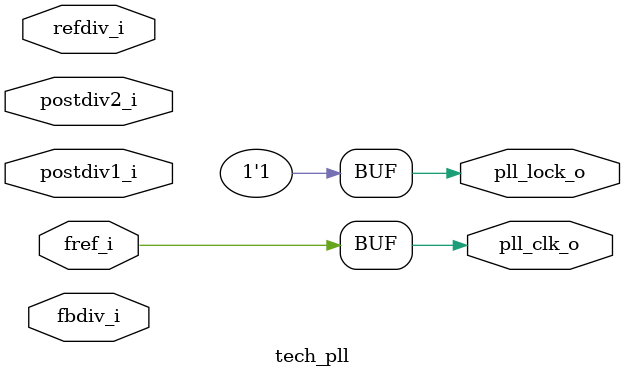
<source format=sv>


`ifndef INC_PLL_SV
`define INC_PLL_SV

module tech_pll #(
) (
    input  logic        fref_i,
    input  logic [ 5:0] refdiv_i,
    input        [11:0] fbdiv_i,
    input  logic [ 2:0] postdiv1_i,
    input  logic [ 2:0] postdiv2_i,
    output logic        pll_lock_o,
    output logic        pll_clk_o
);

`ifdef BACKEND
  $error("need to instantiate specific technology cell in this block and remove this statement");
`else
  assign pll_lock_o = 1'b1;
  assign pll_clk_o  = fref_i;
`endif
endmodule

`endif

</source>
